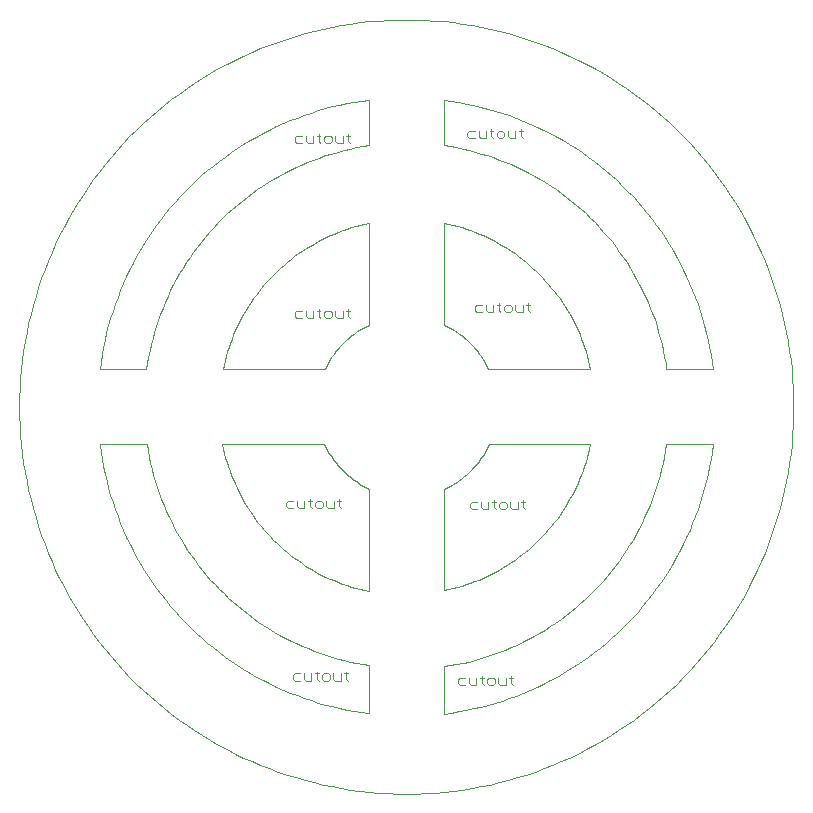
<source format=gko>
G75*
%MOIN*%
%OFA0B0*%
%FSLAX25Y25*%
%IPPOS*%
%LPD*%
%AMOC8*
5,1,8,0,0,1.08239X$1,22.5*
%
%ADD10C,0.00000*%
%ADD11C,0.00100*%
%ADD12C,0.00300*%
D10*
X0132500Y0006500D02*
X0129383Y0006538D01*
X0126268Y0006651D01*
X0123156Y0006839D01*
X0120050Y0007102D01*
X0116951Y0007441D01*
X0113861Y0007854D01*
X0110782Y0008341D01*
X0107716Y0008903D01*
X0104664Y0009539D01*
X0101628Y0010249D01*
X0098611Y0011031D01*
X0095613Y0011886D01*
X0092637Y0012814D01*
X0089684Y0013813D01*
X0086756Y0014883D01*
X0083855Y0016023D01*
X0080982Y0017234D01*
X0078139Y0018513D01*
X0075328Y0019861D01*
X0072551Y0021276D01*
X0069808Y0022758D01*
X0067102Y0024306D01*
X0064434Y0025919D01*
X0061806Y0027595D01*
X0059220Y0029335D01*
X0056676Y0031137D01*
X0054176Y0032999D01*
X0051722Y0034922D01*
X0049315Y0036903D01*
X0046957Y0038942D01*
X0044649Y0041037D01*
X0042392Y0043188D01*
X0040188Y0045392D01*
X0038037Y0047649D01*
X0035942Y0049957D01*
X0033903Y0052315D01*
X0031922Y0054722D01*
X0029999Y0057176D01*
X0028137Y0059676D01*
X0026335Y0062220D01*
X0024595Y0064806D01*
X0022919Y0067434D01*
X0021306Y0070102D01*
X0019758Y0072808D01*
X0018276Y0075551D01*
X0016861Y0078328D01*
X0015513Y0081139D01*
X0014234Y0083982D01*
X0013023Y0086855D01*
X0011883Y0089756D01*
X0010813Y0092684D01*
X0009814Y0095637D01*
X0008886Y0098613D01*
X0008031Y0101611D01*
X0007249Y0104628D01*
X0006539Y0107664D01*
X0005903Y0110716D01*
X0005341Y0113782D01*
X0004854Y0116861D01*
X0004441Y0119951D01*
X0004102Y0123050D01*
X0003839Y0126156D01*
X0003651Y0129268D01*
X0003538Y0132383D01*
X0003500Y0135500D01*
X0132500Y0006500D02*
X0135617Y0006538D01*
X0138732Y0006651D01*
X0141844Y0006839D01*
X0144950Y0007102D01*
X0148049Y0007441D01*
X0151139Y0007854D01*
X0154218Y0008341D01*
X0157284Y0008903D01*
X0160336Y0009539D01*
X0163372Y0010249D01*
X0166389Y0011031D01*
X0169387Y0011886D01*
X0172363Y0012814D01*
X0175316Y0013813D01*
X0178244Y0014883D01*
X0181145Y0016023D01*
X0184018Y0017234D01*
X0186861Y0018513D01*
X0189672Y0019861D01*
X0192449Y0021276D01*
X0195192Y0022758D01*
X0197898Y0024306D01*
X0200566Y0025919D01*
X0203194Y0027595D01*
X0205780Y0029335D01*
X0208324Y0031137D01*
X0210824Y0032999D01*
X0213278Y0034922D01*
X0215685Y0036903D01*
X0218043Y0038942D01*
X0220351Y0041037D01*
X0222608Y0043188D01*
X0224812Y0045392D01*
X0226963Y0047649D01*
X0229058Y0049957D01*
X0231097Y0052315D01*
X0233078Y0054722D01*
X0235001Y0057176D01*
X0236863Y0059676D01*
X0238665Y0062220D01*
X0240405Y0064806D01*
X0242081Y0067434D01*
X0243694Y0070102D01*
X0245242Y0072808D01*
X0246724Y0075551D01*
X0248139Y0078328D01*
X0249487Y0081139D01*
X0250766Y0083982D01*
X0251977Y0086855D01*
X0253117Y0089756D01*
X0254187Y0092684D01*
X0255186Y0095637D01*
X0256114Y0098613D01*
X0256969Y0101611D01*
X0257751Y0104628D01*
X0258461Y0107664D01*
X0259097Y0110716D01*
X0259659Y0113782D01*
X0260146Y0116861D01*
X0260559Y0119951D01*
X0260898Y0123050D01*
X0261161Y0126156D01*
X0261349Y0129268D01*
X0261462Y0132383D01*
X0261500Y0135500D01*
X0261462Y0138617D01*
X0261349Y0141732D01*
X0261161Y0144844D01*
X0260898Y0147950D01*
X0260559Y0151049D01*
X0260146Y0154139D01*
X0259659Y0157218D01*
X0259097Y0160284D01*
X0258461Y0163336D01*
X0257751Y0166372D01*
X0256969Y0169389D01*
X0256114Y0172387D01*
X0255186Y0175363D01*
X0254187Y0178316D01*
X0253117Y0181244D01*
X0251977Y0184145D01*
X0250766Y0187018D01*
X0249487Y0189861D01*
X0248139Y0192672D01*
X0246724Y0195449D01*
X0245242Y0198192D01*
X0243694Y0200898D01*
X0242081Y0203566D01*
X0240405Y0206194D01*
X0238665Y0208780D01*
X0236863Y0211324D01*
X0235001Y0213824D01*
X0233078Y0216278D01*
X0231097Y0218685D01*
X0229058Y0221043D01*
X0226963Y0223351D01*
X0224812Y0225608D01*
X0222608Y0227812D01*
X0220351Y0229963D01*
X0218043Y0232058D01*
X0215685Y0234097D01*
X0213278Y0236078D01*
X0210824Y0238001D01*
X0208324Y0239863D01*
X0205780Y0241665D01*
X0203194Y0243405D01*
X0200566Y0245081D01*
X0197898Y0246694D01*
X0195192Y0248242D01*
X0192449Y0249724D01*
X0189672Y0251139D01*
X0186861Y0252487D01*
X0184018Y0253766D01*
X0181145Y0254977D01*
X0178244Y0256117D01*
X0175316Y0257187D01*
X0172363Y0258186D01*
X0169387Y0259114D01*
X0166389Y0259969D01*
X0163372Y0260751D01*
X0160336Y0261461D01*
X0157284Y0262097D01*
X0154218Y0262659D01*
X0151139Y0263146D01*
X0148049Y0263559D01*
X0144950Y0263898D01*
X0141844Y0264161D01*
X0138732Y0264349D01*
X0135617Y0264462D01*
X0132500Y0264500D01*
X0129383Y0264462D01*
X0126268Y0264349D01*
X0123156Y0264161D01*
X0120050Y0263898D01*
X0116951Y0263559D01*
X0113861Y0263146D01*
X0110782Y0262659D01*
X0107716Y0262097D01*
X0104664Y0261461D01*
X0101628Y0260751D01*
X0098611Y0259969D01*
X0095613Y0259114D01*
X0092637Y0258186D01*
X0089684Y0257187D01*
X0086756Y0256117D01*
X0083855Y0254977D01*
X0080982Y0253766D01*
X0078139Y0252487D01*
X0075328Y0251139D01*
X0072551Y0249724D01*
X0069808Y0248242D01*
X0067102Y0246694D01*
X0064434Y0245081D01*
X0061806Y0243405D01*
X0059220Y0241665D01*
X0056676Y0239863D01*
X0054176Y0238001D01*
X0051722Y0236078D01*
X0049315Y0234097D01*
X0046957Y0232058D01*
X0044649Y0229963D01*
X0042392Y0227812D01*
X0040188Y0225608D01*
X0038037Y0223351D01*
X0035942Y0221043D01*
X0033903Y0218685D01*
X0031922Y0216278D01*
X0029999Y0213824D01*
X0028137Y0211324D01*
X0026335Y0208780D01*
X0024595Y0206194D01*
X0022919Y0203566D01*
X0021306Y0200898D01*
X0019758Y0198192D01*
X0018276Y0195449D01*
X0016861Y0192672D01*
X0015513Y0189861D01*
X0014234Y0187018D01*
X0013023Y0184145D01*
X0011883Y0181244D01*
X0010813Y0178316D01*
X0009814Y0175363D01*
X0008886Y0172387D01*
X0008031Y0169389D01*
X0007249Y0166372D01*
X0006539Y0163336D01*
X0005903Y0160284D01*
X0005341Y0157218D01*
X0004854Y0154139D01*
X0004441Y0151049D01*
X0004102Y0147950D01*
X0003839Y0144844D01*
X0003651Y0141732D01*
X0003538Y0138617D01*
X0003500Y0135500D01*
D11*
X0030300Y0123000D02*
X0046000Y0123000D01*
X0071100Y0123000D02*
X0105200Y0123000D01*
X0120000Y0108200D02*
X0120000Y0074000D01*
X0120000Y0049400D02*
X0120000Y0033300D01*
X0145000Y0033200D02*
X0145000Y0048900D01*
X0145000Y0074250D02*
X0145000Y0108100D01*
X0160000Y0123000D02*
X0193750Y0123000D01*
X0219100Y0123000D02*
X0234700Y0123000D01*
X0234700Y0148000D02*
X0219200Y0148000D01*
X0193850Y0148000D02*
X0159750Y0148000D01*
X0145000Y0162750D02*
X0145000Y0196750D01*
X0120000Y0196750D02*
X0120000Y0162850D01*
X0105350Y0148010D02*
X0071250Y0148000D01*
X0045800Y0148000D02*
X0030300Y0148000D01*
X0120000Y0222600D02*
X0120000Y0237800D01*
X0145000Y0237700D02*
X0145000Y0222600D01*
X0147104Y0222272D01*
X0149200Y0221892D01*
X0151286Y0221462D01*
X0153361Y0220981D01*
X0155424Y0220449D01*
X0157473Y0219868D01*
X0159508Y0219236D01*
X0161526Y0218556D01*
X0163527Y0217826D01*
X0165510Y0217048D01*
X0167473Y0216222D01*
X0169416Y0215348D01*
X0171337Y0214427D01*
X0173234Y0213459D01*
X0175108Y0212446D01*
X0176956Y0211388D01*
X0178778Y0210284D01*
X0180573Y0209137D01*
X0182339Y0207946D01*
X0184076Y0206713D01*
X0185782Y0205437D01*
X0187456Y0204121D01*
X0189098Y0202764D01*
X0190707Y0201367D01*
X0192281Y0199932D01*
X0193819Y0198459D01*
X0195321Y0196949D01*
X0196786Y0195402D01*
X0198213Y0193821D01*
X0199601Y0192205D01*
X0200949Y0190555D01*
X0202256Y0188874D01*
X0203522Y0187161D01*
X0204747Y0185418D01*
X0205928Y0183645D01*
X0207066Y0181845D01*
X0208159Y0180017D01*
X0209208Y0178163D01*
X0210211Y0176284D01*
X0211168Y0174381D01*
X0212079Y0172455D01*
X0212942Y0170508D01*
X0213758Y0168540D01*
X0214525Y0166553D01*
X0215244Y0164548D01*
X0215914Y0162526D01*
X0216534Y0160488D01*
X0217105Y0158436D01*
X0217625Y0156370D01*
X0218095Y0154293D01*
X0218514Y0152204D01*
X0218882Y0150106D01*
X0219199Y0148000D01*
X0160000Y0122999D02*
X0159693Y0122348D01*
X0159370Y0121704D01*
X0159032Y0121068D01*
X0158679Y0120440D01*
X0158311Y0119821D01*
X0157928Y0119211D01*
X0157530Y0118611D01*
X0157119Y0118020D01*
X0156693Y0117439D01*
X0156253Y0116869D01*
X0155800Y0116309D01*
X0155333Y0115760D01*
X0154854Y0115223D01*
X0154361Y0114697D01*
X0153857Y0114184D01*
X0153339Y0113682D01*
X0152811Y0113193D01*
X0152270Y0112717D01*
X0151718Y0112255D01*
X0151156Y0111805D01*
X0150582Y0111369D01*
X0149998Y0110947D01*
X0149405Y0110539D01*
X0148802Y0110146D01*
X0148189Y0109767D01*
X0147568Y0109403D01*
X0146938Y0109054D01*
X0146299Y0108720D01*
X0145653Y0108402D01*
X0145000Y0108099D01*
X0120000Y0073999D02*
X0118506Y0074322D01*
X0117021Y0074681D01*
X0115545Y0075076D01*
X0114079Y0075507D01*
X0112624Y0075974D01*
X0111181Y0076476D01*
X0109750Y0077013D01*
X0108333Y0077585D01*
X0106930Y0078192D01*
X0105543Y0078832D01*
X0104172Y0079506D01*
X0102817Y0080213D01*
X0101480Y0080954D01*
X0100162Y0081726D01*
X0098863Y0082531D01*
X0097584Y0083367D01*
X0096325Y0084234D01*
X0095088Y0085131D01*
X0093874Y0086059D01*
X0092682Y0087016D01*
X0091515Y0088001D01*
X0090371Y0089015D01*
X0089253Y0090056D01*
X0088160Y0091125D01*
X0087094Y0092219D01*
X0086055Y0093340D01*
X0085044Y0094485D01*
X0084060Y0095655D01*
X0083106Y0096849D01*
X0082181Y0098065D01*
X0081286Y0099304D01*
X0080422Y0100564D01*
X0079588Y0101845D01*
X0078786Y0103145D01*
X0078016Y0104465D01*
X0077279Y0105804D01*
X0076574Y0107160D01*
X0075903Y0108532D01*
X0075266Y0109921D01*
X0074662Y0111325D01*
X0074093Y0112743D01*
X0073559Y0114175D01*
X0073060Y0115619D01*
X0072596Y0117075D01*
X0072168Y0118542D01*
X0071776Y0120019D01*
X0071420Y0121505D01*
X0071100Y0122999D01*
X0105200Y0123000D02*
X0105503Y0122355D01*
X0105822Y0121718D01*
X0106157Y0121088D01*
X0106506Y0120467D01*
X0106869Y0119854D01*
X0107247Y0119250D01*
X0107640Y0118655D01*
X0108046Y0118069D01*
X0108467Y0117494D01*
X0108900Y0116928D01*
X0109348Y0116373D01*
X0109808Y0115829D01*
X0110281Y0115296D01*
X0110767Y0114774D01*
X0111265Y0114265D01*
X0111774Y0113767D01*
X0112296Y0113281D01*
X0112829Y0112808D01*
X0113373Y0112348D01*
X0113928Y0111900D01*
X0114494Y0111467D01*
X0115069Y0111046D01*
X0115655Y0110640D01*
X0116250Y0110247D01*
X0116854Y0109869D01*
X0117467Y0109506D01*
X0118088Y0109157D01*
X0118718Y0108822D01*
X0119355Y0108503D01*
X0120000Y0108200D01*
X0145000Y0033200D02*
X0147464Y0033533D01*
X0149919Y0033924D01*
X0152364Y0034375D01*
X0154798Y0034885D01*
X0157219Y0035453D01*
X0159625Y0036080D01*
X0162015Y0036765D01*
X0164388Y0037507D01*
X0166742Y0038306D01*
X0169077Y0039162D01*
X0171390Y0040074D01*
X0173680Y0041041D01*
X0175947Y0042063D01*
X0178188Y0043140D01*
X0180402Y0044271D01*
X0182589Y0045455D01*
X0184746Y0046691D01*
X0186873Y0047979D01*
X0188968Y0049318D01*
X0191030Y0050707D01*
X0193058Y0052145D01*
X0195051Y0053632D01*
X0197007Y0055167D01*
X0198926Y0056749D01*
X0200806Y0058376D01*
X0202646Y0060048D01*
X0204445Y0061764D01*
X0206202Y0063523D01*
X0207916Y0065324D01*
X0209586Y0067166D01*
X0211211Y0069048D01*
X0212791Y0070968D01*
X0214323Y0072926D01*
X0215808Y0074921D01*
X0217244Y0076950D01*
X0218631Y0079014D01*
X0219968Y0081111D01*
X0221253Y0083239D01*
X0222487Y0085397D01*
X0223668Y0087585D01*
X0224797Y0089801D01*
X0225871Y0092043D01*
X0226891Y0094311D01*
X0227856Y0096602D01*
X0228765Y0098916D01*
X0229618Y0101252D01*
X0230415Y0103607D01*
X0231154Y0105981D01*
X0231836Y0108372D01*
X0232460Y0110779D01*
X0233026Y0113200D01*
X0233533Y0115634D01*
X0233981Y0118080D01*
X0234370Y0120536D01*
X0234700Y0123000D01*
X0120000Y0162850D02*
X0119338Y0162532D01*
X0118684Y0162197D01*
X0118039Y0161847D01*
X0117402Y0161481D01*
X0116775Y0161099D01*
X0116157Y0160702D01*
X0115549Y0160290D01*
X0114951Y0159863D01*
X0114364Y0159422D01*
X0113788Y0158966D01*
X0113223Y0158497D01*
X0112670Y0158013D01*
X0112129Y0157517D01*
X0111601Y0157007D01*
X0111085Y0156484D01*
X0110582Y0155949D01*
X0110092Y0155402D01*
X0109616Y0154843D01*
X0109154Y0154272D01*
X0108705Y0153690D01*
X0108272Y0153097D01*
X0107853Y0152494D01*
X0107449Y0151881D01*
X0107060Y0151258D01*
X0106686Y0150626D01*
X0106328Y0149984D01*
X0105986Y0149334D01*
X0105660Y0148676D01*
X0105350Y0148010D01*
X0045800Y0148000D02*
X0046119Y0150105D01*
X0046488Y0152203D01*
X0046909Y0154291D01*
X0047380Y0156367D01*
X0047902Y0158432D01*
X0048474Y0160484D01*
X0049095Y0162521D01*
X0049766Y0164542D01*
X0050486Y0166546D01*
X0051254Y0168533D01*
X0052071Y0170500D01*
X0052935Y0172446D01*
X0053846Y0174371D01*
X0054804Y0176273D01*
X0055808Y0178152D01*
X0056857Y0180005D01*
X0057951Y0181832D01*
X0059089Y0183632D01*
X0060270Y0185404D01*
X0061494Y0187147D01*
X0062761Y0188859D01*
X0064068Y0190540D01*
X0065416Y0192189D01*
X0066804Y0193805D01*
X0068231Y0195386D01*
X0069695Y0196932D01*
X0071197Y0198442D01*
X0072735Y0199915D01*
X0074309Y0201350D01*
X0075917Y0202746D01*
X0077558Y0204103D01*
X0079232Y0205420D01*
X0080938Y0206695D01*
X0082674Y0207929D01*
X0084440Y0209120D01*
X0086234Y0210268D01*
X0088055Y0211371D01*
X0089903Y0212430D01*
X0091776Y0213444D01*
X0093673Y0214412D01*
X0095593Y0215334D01*
X0097534Y0216208D01*
X0099497Y0217035D01*
X0101479Y0217814D01*
X0103480Y0218545D01*
X0105497Y0219227D01*
X0107531Y0219859D01*
X0109579Y0220442D01*
X0111641Y0220975D01*
X0113716Y0221457D01*
X0115801Y0221889D01*
X0117896Y0222270D01*
X0120000Y0222600D01*
X0045999Y0123000D02*
X0046338Y0120918D01*
X0046727Y0118844D01*
X0047166Y0116781D01*
X0047654Y0114728D01*
X0048192Y0112688D01*
X0048779Y0110661D01*
X0049414Y0108649D01*
X0050098Y0106653D01*
X0050829Y0104675D01*
X0051609Y0102714D01*
X0052435Y0100773D01*
X0053308Y0098852D01*
X0054226Y0096952D01*
X0055191Y0095076D01*
X0056200Y0093223D01*
X0057254Y0091395D01*
X0058351Y0089593D01*
X0059491Y0087818D01*
X0060674Y0086071D01*
X0061899Y0084353D01*
X0063165Y0082665D01*
X0064471Y0081009D01*
X0065817Y0079384D01*
X0067201Y0077792D01*
X0068624Y0076233D01*
X0070083Y0074710D01*
X0071579Y0073222D01*
X0073111Y0071771D01*
X0074677Y0070357D01*
X0076276Y0068981D01*
X0077908Y0067644D01*
X0079572Y0066347D01*
X0081267Y0065090D01*
X0082992Y0063875D01*
X0084745Y0062701D01*
X0086526Y0061570D01*
X0088334Y0060483D01*
X0090168Y0059439D01*
X0092026Y0058440D01*
X0093907Y0057486D01*
X0095812Y0056577D01*
X0097737Y0055715D01*
X0099683Y0054899D01*
X0101648Y0054131D01*
X0103631Y0053410D01*
X0105630Y0052737D01*
X0107646Y0052112D01*
X0109675Y0051537D01*
X0111718Y0051010D01*
X0113774Y0050533D01*
X0115840Y0050105D01*
X0117915Y0049728D01*
X0120000Y0049400D01*
X0193850Y0148000D02*
X0193526Y0149488D01*
X0193165Y0150967D01*
X0192769Y0152437D01*
X0192336Y0153898D01*
X0191869Y0155347D01*
X0191366Y0156784D01*
X0190829Y0158209D01*
X0190257Y0159621D01*
X0189651Y0161018D01*
X0189011Y0162399D01*
X0188338Y0163765D01*
X0187631Y0165114D01*
X0186892Y0166446D01*
X0186121Y0167759D01*
X0185318Y0169053D01*
X0184484Y0170327D01*
X0183619Y0171580D01*
X0182724Y0172812D01*
X0181800Y0174022D01*
X0180846Y0175209D01*
X0179863Y0176373D01*
X0178853Y0177512D01*
X0177815Y0178626D01*
X0176750Y0179715D01*
X0175659Y0180777D01*
X0174543Y0181813D01*
X0173402Y0182821D01*
X0172236Y0183801D01*
X0171047Y0184753D01*
X0169835Y0185675D01*
X0168602Y0186567D01*
X0167346Y0187430D01*
X0166071Y0188261D01*
X0164775Y0189061D01*
X0163460Y0189830D01*
X0162127Y0190566D01*
X0160777Y0191270D01*
X0159410Y0191940D01*
X0158026Y0192577D01*
X0156628Y0193180D01*
X0155216Y0193749D01*
X0153790Y0194284D01*
X0152351Y0194784D01*
X0150901Y0195248D01*
X0149440Y0195677D01*
X0147969Y0196071D01*
X0146489Y0196428D01*
X0145000Y0196750D01*
X0120000Y0237800D02*
X0117536Y0237468D01*
X0115080Y0237077D01*
X0112635Y0236626D01*
X0110202Y0236116D01*
X0107781Y0235548D01*
X0105375Y0234921D01*
X0102984Y0234237D01*
X0100611Y0233495D01*
X0098257Y0232696D01*
X0095922Y0231840D01*
X0093609Y0230928D01*
X0091318Y0229961D01*
X0089052Y0228939D01*
X0086811Y0227862D01*
X0084596Y0226731D01*
X0082410Y0225547D01*
X0080252Y0224311D01*
X0078126Y0223023D01*
X0076030Y0221684D01*
X0073968Y0220295D01*
X0071940Y0218857D01*
X0069947Y0217370D01*
X0067991Y0215835D01*
X0066072Y0214254D01*
X0064193Y0212626D01*
X0062352Y0210954D01*
X0060553Y0209238D01*
X0058796Y0207479D01*
X0057082Y0205678D01*
X0055412Y0203836D01*
X0053786Y0201954D01*
X0052207Y0200033D01*
X0050675Y0198075D01*
X0049190Y0196081D01*
X0047754Y0194051D01*
X0046367Y0191988D01*
X0045030Y0189891D01*
X0043745Y0187763D01*
X0042511Y0185604D01*
X0041329Y0183416D01*
X0040201Y0181200D01*
X0039127Y0178958D01*
X0038107Y0176690D01*
X0037142Y0174399D01*
X0036233Y0172085D01*
X0035380Y0169749D01*
X0034584Y0167394D01*
X0033844Y0165020D01*
X0033162Y0162629D01*
X0032539Y0160222D01*
X0031973Y0157800D01*
X0031466Y0155366D01*
X0031018Y0152920D01*
X0030629Y0150465D01*
X0030300Y0148000D01*
X0145000Y0048900D02*
X0147094Y0049229D01*
X0149180Y0049608D01*
X0151255Y0050038D01*
X0153320Y0050517D01*
X0155373Y0051047D01*
X0157412Y0051626D01*
X0159436Y0052255D01*
X0161445Y0052932D01*
X0163436Y0053658D01*
X0165410Y0054432D01*
X0167364Y0055253D01*
X0169298Y0056122D01*
X0171210Y0057037D01*
X0173099Y0057998D01*
X0174965Y0059004D01*
X0176805Y0060056D01*
X0178620Y0061151D01*
X0180407Y0062291D01*
X0182167Y0063473D01*
X0183897Y0064697D01*
X0185597Y0065963D01*
X0187266Y0067270D01*
X0188903Y0068617D01*
X0190507Y0070003D01*
X0192077Y0071428D01*
X0193611Y0072890D01*
X0195110Y0074389D01*
X0196572Y0075923D01*
X0197997Y0077493D01*
X0199383Y0079097D01*
X0200730Y0080734D01*
X0202037Y0082403D01*
X0203303Y0084103D01*
X0204527Y0085833D01*
X0205709Y0087593D01*
X0206849Y0089380D01*
X0207944Y0091195D01*
X0208996Y0093035D01*
X0210002Y0094901D01*
X0210963Y0096790D01*
X0211878Y0098702D01*
X0212747Y0100636D01*
X0213568Y0102590D01*
X0214342Y0104564D01*
X0215068Y0106555D01*
X0215745Y0108564D01*
X0216374Y0110588D01*
X0216953Y0112627D01*
X0217483Y0114680D01*
X0217962Y0116745D01*
X0218392Y0118820D01*
X0218771Y0120906D01*
X0219100Y0123000D01*
X0193749Y0123000D02*
X0193427Y0121513D01*
X0193069Y0120035D01*
X0192676Y0118565D01*
X0192246Y0117106D01*
X0191781Y0115657D01*
X0191281Y0114220D01*
X0190747Y0112796D01*
X0190177Y0111385D01*
X0189574Y0109988D01*
X0188936Y0108607D01*
X0188265Y0107241D01*
X0187562Y0105893D01*
X0186825Y0104561D01*
X0186056Y0103248D01*
X0185256Y0101955D01*
X0184424Y0100681D01*
X0183562Y0099427D01*
X0182669Y0098195D01*
X0181746Y0096985D01*
X0180795Y0095798D01*
X0179814Y0094635D01*
X0178806Y0093496D01*
X0177770Y0092381D01*
X0176707Y0091293D01*
X0175619Y0090230D01*
X0174504Y0089194D01*
X0173365Y0088186D01*
X0172202Y0087205D01*
X0171015Y0086254D01*
X0169805Y0085331D01*
X0168573Y0084438D01*
X0167319Y0083576D01*
X0166045Y0082744D01*
X0164752Y0081944D01*
X0163439Y0081175D01*
X0162107Y0080438D01*
X0160759Y0079735D01*
X0159393Y0079064D01*
X0158012Y0078426D01*
X0156615Y0077823D01*
X0155204Y0077253D01*
X0153780Y0076719D01*
X0152343Y0076219D01*
X0150894Y0075754D01*
X0149435Y0075324D01*
X0147965Y0074931D01*
X0146487Y0074573D01*
X0145000Y0074251D01*
X0234700Y0148000D02*
X0234368Y0150462D01*
X0233976Y0152916D01*
X0233526Y0155360D01*
X0233017Y0157792D01*
X0232449Y0160211D01*
X0231824Y0162615D01*
X0231140Y0165004D01*
X0230399Y0167376D01*
X0229601Y0169729D01*
X0228746Y0172062D01*
X0227835Y0174374D01*
X0226869Y0176663D01*
X0225848Y0178928D01*
X0224773Y0181168D01*
X0223644Y0183381D01*
X0222461Y0185567D01*
X0221227Y0187723D01*
X0219940Y0189849D01*
X0218603Y0191943D01*
X0217216Y0194005D01*
X0215779Y0196032D01*
X0214294Y0198024D01*
X0212761Y0199979D01*
X0211182Y0201898D01*
X0209557Y0203777D01*
X0207886Y0205617D01*
X0206172Y0207415D01*
X0204415Y0209172D01*
X0202617Y0210886D01*
X0200777Y0212557D01*
X0198898Y0214182D01*
X0196979Y0215761D01*
X0195024Y0217294D01*
X0193032Y0218779D01*
X0191005Y0220216D01*
X0188943Y0221603D01*
X0186849Y0222940D01*
X0184723Y0224227D01*
X0182567Y0225461D01*
X0180381Y0226644D01*
X0178168Y0227773D01*
X0175928Y0228848D01*
X0173663Y0229869D01*
X0171374Y0230835D01*
X0169062Y0231746D01*
X0166729Y0232601D01*
X0164376Y0233399D01*
X0162004Y0234140D01*
X0159615Y0234824D01*
X0157211Y0235449D01*
X0154792Y0236017D01*
X0152360Y0236526D01*
X0149916Y0236976D01*
X0147462Y0237368D01*
X0145000Y0237700D01*
X0120000Y0196750D02*
X0118514Y0196428D01*
X0117035Y0196069D01*
X0115566Y0195675D01*
X0114106Y0195246D01*
X0112658Y0194781D01*
X0111221Y0194280D01*
X0109797Y0193745D01*
X0108386Y0193176D01*
X0106990Y0192572D01*
X0105608Y0191934D01*
X0104243Y0191263D01*
X0102894Y0190559D01*
X0101563Y0189823D01*
X0100250Y0189054D01*
X0098956Y0188253D01*
X0097683Y0187421D01*
X0096429Y0186559D01*
X0095198Y0185666D01*
X0093988Y0184744D01*
X0092801Y0183792D01*
X0091638Y0182811D01*
X0090498Y0181803D01*
X0089384Y0180767D01*
X0088295Y0179705D01*
X0087233Y0178616D01*
X0086197Y0177502D01*
X0085189Y0176362D01*
X0084208Y0175199D01*
X0083256Y0174012D01*
X0082334Y0172802D01*
X0081441Y0171571D01*
X0080579Y0170317D01*
X0079747Y0169044D01*
X0078946Y0167750D01*
X0078177Y0166437D01*
X0077441Y0165106D01*
X0076737Y0163757D01*
X0076066Y0162392D01*
X0075428Y0161010D01*
X0074824Y0159614D01*
X0074255Y0158203D01*
X0073720Y0156779D01*
X0073219Y0155342D01*
X0072754Y0153894D01*
X0072325Y0152434D01*
X0071931Y0150965D01*
X0071572Y0149486D01*
X0071250Y0148000D01*
X0145000Y0162750D02*
X0145664Y0162435D01*
X0146320Y0162105D01*
X0146968Y0161758D01*
X0147607Y0161396D01*
X0148237Y0161018D01*
X0148857Y0160625D01*
X0149468Y0160216D01*
X0150068Y0159793D01*
X0150658Y0159355D01*
X0151237Y0158903D01*
X0151805Y0158437D01*
X0152361Y0157957D01*
X0152906Y0157464D01*
X0153438Y0156957D01*
X0153957Y0156438D01*
X0154464Y0155906D01*
X0154957Y0155361D01*
X0155437Y0154805D01*
X0155903Y0154237D01*
X0156355Y0153658D01*
X0156793Y0153068D01*
X0157216Y0152468D01*
X0157625Y0151857D01*
X0158018Y0151237D01*
X0158396Y0150607D01*
X0158758Y0149968D01*
X0159105Y0149320D01*
X0159435Y0148664D01*
X0159750Y0148000D01*
X0120000Y0033300D02*
X0117537Y0033631D01*
X0115083Y0034022D01*
X0112640Y0034472D01*
X0110207Y0034980D01*
X0107788Y0035548D01*
X0105383Y0036173D01*
X0102994Y0036856D01*
X0100622Y0037597D01*
X0098269Y0038395D01*
X0095936Y0039249D01*
X0093624Y0040160D01*
X0091334Y0041126D01*
X0089069Y0042146D01*
X0086829Y0043222D01*
X0084615Y0044351D01*
X0082429Y0045533D01*
X0080273Y0046767D01*
X0078147Y0048053D01*
X0076052Y0049391D01*
X0073991Y0050778D01*
X0071963Y0052214D01*
X0069971Y0053700D01*
X0068015Y0055232D01*
X0066097Y0056812D01*
X0064217Y0058437D01*
X0062378Y0060107D01*
X0060579Y0061822D01*
X0058822Y0063579D01*
X0057107Y0065378D01*
X0055437Y0067217D01*
X0053812Y0069097D01*
X0052232Y0071015D01*
X0050700Y0072971D01*
X0049214Y0074963D01*
X0047778Y0076991D01*
X0046391Y0079052D01*
X0045053Y0081147D01*
X0043767Y0083273D01*
X0042533Y0085429D01*
X0041351Y0087615D01*
X0040222Y0089829D01*
X0039146Y0092069D01*
X0038126Y0094334D01*
X0037160Y0096624D01*
X0036249Y0098936D01*
X0035395Y0101269D01*
X0034597Y0103622D01*
X0033856Y0105994D01*
X0033173Y0108383D01*
X0032548Y0110788D01*
X0031980Y0113207D01*
X0031472Y0115640D01*
X0031022Y0118083D01*
X0030631Y0120537D01*
X0030300Y0123000D01*
D12*
X0094660Y0044727D02*
X0095277Y0044110D01*
X0097129Y0044110D01*
X0095277Y0044110D01*
X0094660Y0044727D01*
X0094660Y0045962D01*
X0095277Y0046579D01*
X0097129Y0046579D01*
X0095277Y0046579D01*
X0094660Y0045962D01*
X0094660Y0044727D01*
X0098343Y0044727D02*
X0098343Y0046579D01*
X0098343Y0044727D01*
X0098960Y0044110D01*
X0100812Y0044110D01*
X0100812Y0046579D01*
X0100812Y0044110D01*
X0098960Y0044110D01*
X0098343Y0044727D01*
X0102026Y0046579D02*
X0103261Y0046579D01*
X0102026Y0046579D01*
X0102643Y0047196D02*
X0102643Y0044727D01*
X0103261Y0044110D01*
X0102643Y0044727D01*
X0102643Y0047196D01*
X0104482Y0045962D02*
X0104482Y0044727D01*
X0105099Y0044110D01*
X0106333Y0044110D01*
X0106950Y0044727D01*
X0106950Y0045962D01*
X0106333Y0046579D01*
X0105099Y0046579D01*
X0104482Y0045962D01*
X0104482Y0044727D01*
X0105099Y0044110D01*
X0106333Y0044110D01*
X0106950Y0044727D01*
X0106950Y0045962D01*
X0106333Y0046579D01*
X0105099Y0046579D01*
X0104482Y0045962D01*
X0108165Y0046579D02*
X0108165Y0044727D01*
X0108782Y0044110D01*
X0110634Y0044110D01*
X0110634Y0046579D01*
X0110634Y0044110D01*
X0108782Y0044110D01*
X0108165Y0044727D01*
X0108165Y0046579D01*
X0111848Y0046579D02*
X0113082Y0046579D01*
X0111848Y0046579D01*
X0112465Y0047196D02*
X0112465Y0044727D01*
X0113082Y0044110D01*
X0112465Y0044727D01*
X0112465Y0047196D01*
X0149690Y0044572D02*
X0149690Y0043337D01*
X0150307Y0042720D01*
X0152159Y0042720D01*
X0153373Y0043337D02*
X0153990Y0042720D01*
X0155842Y0042720D01*
X0155842Y0045189D01*
X0157056Y0045189D02*
X0158291Y0045189D01*
X0157673Y0045806D02*
X0157673Y0043337D01*
X0158291Y0042720D01*
X0159512Y0043337D02*
X0160129Y0042720D01*
X0161363Y0042720D01*
X0161980Y0043337D01*
X0161980Y0044572D01*
X0161363Y0045189D01*
X0160129Y0045189D01*
X0159512Y0044572D01*
X0159512Y0043337D01*
X0163195Y0043337D02*
X0163812Y0042720D01*
X0165664Y0042720D01*
X0165664Y0045189D01*
X0166878Y0045189D02*
X0168112Y0045189D01*
X0167495Y0045806D02*
X0167495Y0043337D01*
X0168112Y0042720D01*
X0163195Y0043337D02*
X0163195Y0045189D01*
X0153373Y0045189D02*
X0153373Y0043337D01*
X0152159Y0045189D02*
X0150307Y0045189D01*
X0149690Y0044572D01*
X0154287Y0101290D02*
X0156139Y0101290D01*
X0154287Y0101290D01*
X0153670Y0101907D01*
X0153670Y0103142D01*
X0154287Y0103759D01*
X0156139Y0103759D01*
X0154287Y0103759D01*
X0153670Y0103142D01*
X0153670Y0101907D01*
X0154287Y0101290D01*
X0157353Y0101907D02*
X0157353Y0103759D01*
X0157353Y0101907D01*
X0157970Y0101290D01*
X0159822Y0101290D01*
X0159822Y0103759D01*
X0159822Y0101290D01*
X0157970Y0101290D01*
X0157353Y0101907D01*
X0161036Y0103759D02*
X0162271Y0103759D01*
X0161036Y0103759D01*
X0161653Y0104376D02*
X0161653Y0101907D01*
X0162271Y0101290D01*
X0161653Y0101907D01*
X0161653Y0104376D01*
X0163492Y0103142D02*
X0163492Y0101907D01*
X0164109Y0101290D01*
X0165343Y0101290D01*
X0165960Y0101907D01*
X0165960Y0103142D01*
X0165343Y0103759D01*
X0164109Y0103759D01*
X0163492Y0103142D01*
X0163492Y0101907D01*
X0164109Y0101290D01*
X0165343Y0101290D01*
X0165960Y0101907D01*
X0165960Y0103142D01*
X0165343Y0103759D01*
X0164109Y0103759D01*
X0163492Y0103142D01*
X0167175Y0103759D02*
X0167175Y0101907D01*
X0167792Y0101290D01*
X0169644Y0101290D01*
X0169644Y0103759D01*
X0169644Y0101290D01*
X0167792Y0101290D01*
X0167175Y0101907D01*
X0167175Y0103759D01*
X0170858Y0103759D02*
X0172092Y0103759D01*
X0170858Y0103759D01*
X0171475Y0104376D02*
X0171475Y0101907D01*
X0172092Y0101290D01*
X0171475Y0101907D01*
X0171475Y0104376D01*
X0110702Y0104159D02*
X0109468Y0104159D01*
X0110702Y0104159D01*
X0110085Y0104776D02*
X0110085Y0102307D01*
X0110702Y0101690D01*
X0110085Y0102307D01*
X0110085Y0104776D01*
X0108254Y0104159D02*
X0108254Y0101690D01*
X0106402Y0101690D01*
X0105785Y0102307D01*
X0105785Y0104159D01*
X0105785Y0102307D01*
X0106402Y0101690D01*
X0108254Y0101690D01*
X0108254Y0104159D01*
X0104570Y0103542D02*
X0103953Y0104159D01*
X0102719Y0104159D01*
X0102102Y0103542D01*
X0102102Y0102307D01*
X0102719Y0101690D01*
X0103953Y0101690D01*
X0104570Y0102307D01*
X0104570Y0103542D01*
X0103953Y0104159D01*
X0102719Y0104159D01*
X0102102Y0103542D01*
X0102102Y0102307D01*
X0102719Y0101690D01*
X0103953Y0101690D01*
X0104570Y0102307D01*
X0104570Y0103542D01*
X0100881Y0104159D02*
X0099646Y0104159D01*
X0100881Y0104159D01*
X0100263Y0104776D02*
X0100263Y0102307D01*
X0100881Y0101690D01*
X0100263Y0102307D01*
X0100263Y0104776D01*
X0098432Y0104159D02*
X0098432Y0101690D01*
X0096580Y0101690D01*
X0095963Y0102307D01*
X0095963Y0104159D01*
X0095963Y0102307D01*
X0096580Y0101690D01*
X0098432Y0101690D01*
X0098432Y0104159D01*
X0094749Y0104159D02*
X0092897Y0104159D01*
X0092280Y0103542D01*
X0092280Y0102307D01*
X0092897Y0101690D01*
X0094749Y0101690D01*
X0092897Y0101690D01*
X0092280Y0102307D01*
X0092280Y0103542D01*
X0092897Y0104159D01*
X0094749Y0104159D01*
X0095877Y0165030D02*
X0097729Y0165030D01*
X0095877Y0165030D01*
X0095260Y0165647D01*
X0095260Y0166882D01*
X0095877Y0167499D01*
X0097729Y0167499D01*
X0095877Y0167499D01*
X0095260Y0166882D01*
X0095260Y0165647D01*
X0095877Y0165030D01*
X0098943Y0165647D02*
X0098943Y0167499D01*
X0098943Y0165647D01*
X0099560Y0165030D01*
X0101412Y0165030D01*
X0101412Y0167499D01*
X0101412Y0165030D01*
X0099560Y0165030D01*
X0098943Y0165647D01*
X0102626Y0167499D02*
X0103861Y0167499D01*
X0102626Y0167499D01*
X0103243Y0168116D02*
X0103243Y0165647D01*
X0103861Y0165030D01*
X0103243Y0165647D01*
X0103243Y0168116D01*
X0105082Y0166882D02*
X0105082Y0165647D01*
X0105699Y0165030D01*
X0106933Y0165030D01*
X0107550Y0165647D01*
X0107550Y0166882D01*
X0106933Y0167499D01*
X0105699Y0167499D01*
X0105082Y0166882D01*
X0105082Y0165647D01*
X0105699Y0165030D01*
X0106933Y0165030D01*
X0107550Y0165647D01*
X0107550Y0166882D01*
X0106933Y0167499D01*
X0105699Y0167499D01*
X0105082Y0166882D01*
X0108765Y0167499D02*
X0108765Y0165647D01*
X0109382Y0165030D01*
X0111234Y0165030D01*
X0111234Y0167499D01*
X0111234Y0165030D01*
X0109382Y0165030D01*
X0108765Y0165647D01*
X0108765Y0167499D01*
X0112448Y0167499D02*
X0113682Y0167499D01*
X0112448Y0167499D01*
X0113065Y0168116D02*
X0113065Y0165647D01*
X0113682Y0165030D01*
X0113065Y0165647D01*
X0113065Y0168116D01*
X0155260Y0167617D02*
X0155877Y0167000D01*
X0157729Y0167000D01*
X0155877Y0167000D01*
X0155260Y0167617D01*
X0155260Y0168852D01*
X0155877Y0169469D01*
X0157729Y0169469D01*
X0155877Y0169469D01*
X0155260Y0168852D01*
X0155260Y0167617D01*
X0158943Y0167617D02*
X0159560Y0167000D01*
X0161412Y0167000D01*
X0161412Y0169469D01*
X0161412Y0167000D01*
X0159560Y0167000D01*
X0158943Y0167617D01*
X0158943Y0169469D01*
X0158943Y0167617D01*
X0162626Y0169469D02*
X0163861Y0169469D01*
X0162626Y0169469D01*
X0163243Y0170086D02*
X0163243Y0167617D01*
X0163861Y0167000D01*
X0163243Y0167617D01*
X0163243Y0170086D01*
X0165082Y0168852D02*
X0165082Y0167617D01*
X0165699Y0167000D01*
X0166933Y0167000D01*
X0167550Y0167617D01*
X0167550Y0168852D01*
X0166933Y0169469D01*
X0165699Y0169469D01*
X0165082Y0168852D01*
X0165082Y0167617D01*
X0165699Y0167000D01*
X0166933Y0167000D01*
X0167550Y0167617D01*
X0167550Y0168852D01*
X0166933Y0169469D01*
X0165699Y0169469D01*
X0165082Y0168852D01*
X0168765Y0169469D02*
X0168765Y0167617D01*
X0169382Y0167000D01*
X0171234Y0167000D01*
X0171234Y0169469D01*
X0171234Y0167000D01*
X0169382Y0167000D01*
X0168765Y0167617D01*
X0168765Y0169469D01*
X0172448Y0169469D02*
X0173682Y0169469D01*
X0172448Y0169469D01*
X0173065Y0170086D02*
X0173065Y0167617D01*
X0173682Y0167000D01*
X0173065Y0167617D01*
X0173065Y0170086D01*
X0171292Y0224980D02*
X0170675Y0225597D01*
X0170675Y0228066D01*
X0170675Y0225597D01*
X0171292Y0224980D01*
X0168844Y0224980D02*
X0168844Y0227449D01*
X0168844Y0224980D01*
X0166992Y0224980D01*
X0166375Y0225597D01*
X0166375Y0227449D01*
X0166375Y0225597D01*
X0166992Y0224980D01*
X0168844Y0224980D01*
X0170058Y0227449D02*
X0171292Y0227449D01*
X0170058Y0227449D01*
X0165160Y0226832D02*
X0165160Y0225597D01*
X0164543Y0224980D01*
X0163309Y0224980D01*
X0162692Y0225597D01*
X0162692Y0226832D01*
X0163309Y0227449D01*
X0164543Y0227449D01*
X0165160Y0226832D01*
X0164543Y0227449D01*
X0163309Y0227449D01*
X0162692Y0226832D01*
X0162692Y0225597D01*
X0163309Y0224980D01*
X0164543Y0224980D01*
X0165160Y0225597D01*
X0165160Y0226832D01*
X0161471Y0227449D02*
X0160236Y0227449D01*
X0161471Y0227449D01*
X0160853Y0228066D02*
X0160853Y0225597D01*
X0161471Y0224980D01*
X0160853Y0225597D01*
X0160853Y0228066D01*
X0159022Y0227449D02*
X0159022Y0224980D01*
X0157170Y0224980D01*
X0156553Y0225597D01*
X0156553Y0227449D01*
X0156553Y0225597D01*
X0157170Y0224980D01*
X0159022Y0224980D01*
X0159022Y0227449D01*
X0155339Y0227449D02*
X0153487Y0227449D01*
X0152870Y0226832D01*
X0152870Y0225597D01*
X0153487Y0224980D01*
X0155339Y0224980D01*
X0153487Y0224980D01*
X0152870Y0225597D01*
X0152870Y0226832D01*
X0153487Y0227449D01*
X0155339Y0227449D01*
X0113682Y0225859D02*
X0112448Y0225859D01*
X0113065Y0226476D02*
X0113065Y0224007D01*
X0113682Y0223390D01*
X0111234Y0223390D02*
X0111234Y0225859D01*
X0111234Y0223390D02*
X0109382Y0223390D01*
X0108765Y0224007D01*
X0108765Y0225859D01*
X0107550Y0225242D02*
X0106933Y0225859D01*
X0105699Y0225859D01*
X0105082Y0225242D01*
X0105082Y0224007D01*
X0105699Y0223390D01*
X0106933Y0223390D01*
X0107550Y0224007D01*
X0107550Y0225242D01*
X0103861Y0225859D02*
X0102626Y0225859D01*
X0103243Y0226476D02*
X0103243Y0224007D01*
X0103861Y0223390D01*
X0101412Y0223390D02*
X0101412Y0225859D01*
X0098943Y0225859D02*
X0098943Y0224007D01*
X0099560Y0223390D01*
X0101412Y0223390D01*
X0097729Y0223390D02*
X0095877Y0223390D01*
X0095260Y0224007D01*
X0095260Y0225242D01*
X0095877Y0225859D01*
X0097729Y0225859D01*
M02*

</source>
